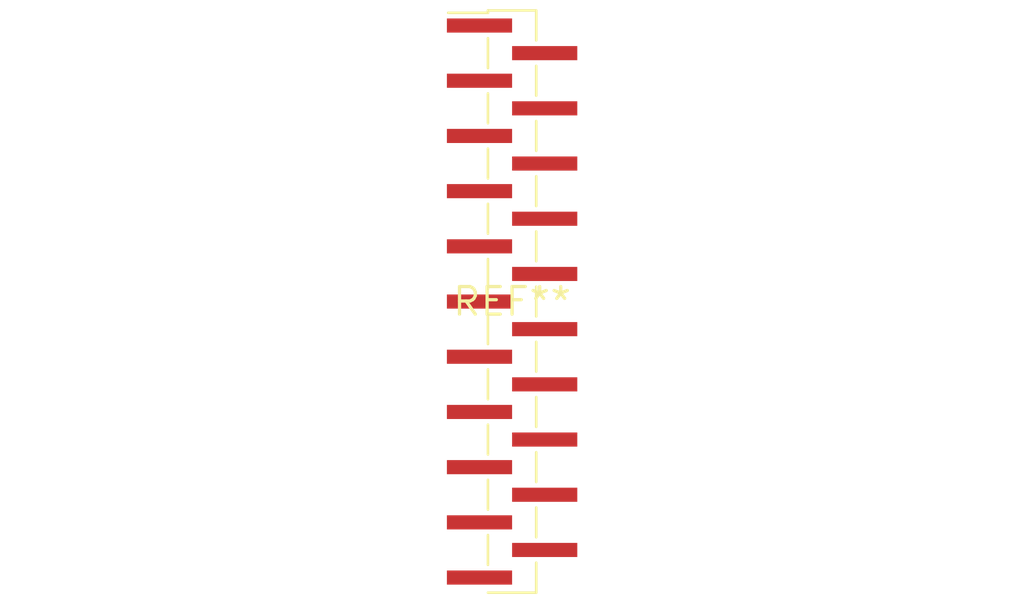
<source format=kicad_pcb>
(kicad_pcb (version 20240108) (generator pcbnew)
  (layers (0 "F.Cu" signal) (31 "B.Cu" signal) (34 "B.Paste" user) (35 "F.Paste" user) (36 "B.SilkS" user "B.Silkscreen") (37 "F.SilkS" user "F.Silkscreen") (38 "B.Mask" user) (39 "F.Mask" user) (44 "Edge.Cuts" user))
  (net 0 "")
  (footprint "PinHeader_1x21_P1.27mm_Vertical_SMD_Pin1Left" (layer "F.Cu") (at 0 0)
    (property "Reference" "REF**")
    (property "Value" "PinHeader_1x21_P1.27mm_Vertical_SMD_Pin1Left")
    (fp_line (start -1.11 -13.395) (end -1.11 -13.285) (layer "F.SilkS") (stroke (width 0.12)))
    (fp_line (start -1.11 -13.395) (end 1.11 -13.395) (layer "F.SilkS") (stroke (width 0.12)))
    (fp_line (start -1.11 -13.285) (end -2.94 -13.285) (layer "F.SilkS") (stroke (width 0.12)))
    (fp_line (start -1.11 -12.115) (end -1.11 -10.745) (layer "F.SilkS") (stroke (width 0.12)))
    (fp_line (start -1.11 -9.575) (end -1.11 -8.205) (layer "F.SilkS") (stroke (width 0.12)))
    (fp_line (start -1.11 -7.035) (end -1.11 -5.665) (layer "F.SilkS") (stroke (width 0.12)))
    (fp_line (start -1.11 -4.495) (end -1.11 -3.125) (layer "F.SilkS") (stroke (width 0.12)))
    (fp_line (start -1.11 -1.955) (end -1.11 -0.585) (layer "F.SilkS") (stroke (width 0.12)))
    (fp_line (start -1.11 0.585) (end -1.11 1.955) (layer "F.SilkS") (stroke (width 0.12)))
    (fp_line (start -1.11 3.125) (end -1.11 4.495) (layer "F.SilkS") (stroke (width 0.12)))
    (fp_line (start -1.11 5.665) (end -1.11 7.035) (layer "F.SilkS") (stroke (width 0.12)))
    (fp_line (start -1.11 8.205) (end -1.11 9.575) (layer "F.SilkS") (stroke (width 0.12)))
    (fp_line (start -1.11 10.745) (end -1.11 12.115) (layer "F.SilkS") (stroke (width 0.12)))
    (fp_line (start -1.11 13.395) (end 1.11 13.395) (layer "F.SilkS") (stroke (width 0.12)))
    (fp_line (start 1.11 -13.385) (end 1.11 -12.015) (layer "F.SilkS") (stroke (width 0.12)))
    (fp_line (start 1.11 -10.845) (end 1.11 -9.475) (layer "F.SilkS") (stroke (width 0.12)))
    (fp_line (start 1.11 -8.305) (end 1.11 -6.935) (layer "F.SilkS") (stroke (width 0.12)))
    (fp_line (start 1.11 -5.765) (end 1.11 -4.395) (layer "F.SilkS") (stroke (width 0.12)))
    (fp_line (start 1.11 -3.225) (end 1.11 -1.855) (layer "F.SilkS") (stroke (width 0.12)))
    (fp_line (start 1.11 -0.685) (end 1.11 0.685) (layer "F.SilkS") (stroke (width 0.12)))
    (fp_line (start 1.11 1.855) (end 1.11 3.225) (layer "F.SilkS") (stroke (width 0.12)))
    (fp_line (start 1.11 4.395) (end 1.11 5.765) (layer "F.SilkS") (stroke (width 0.12)))
    (fp_line (start 1.11 6.935) (end 1.11 8.305) (layer "F.SilkS") (stroke (width 0.12)))
    (fp_line (start 1.11 9.475) (end 1.11 10.845) (layer "F.SilkS") (stroke (width 0.12)))
    (fp_line (start 1.11 12.015) (end 1.11 13.385) (layer "F.SilkS") (stroke (width 0.12)))
    (fp_line (start 1.11 13.285) (end 1.11 13.395) (layer "F.SilkS") (stroke (width 0.12)))
    (pad "1" smd rect (at -1.5 -12.7) (size 3 0.65) (layers "F.Cu" "F.Paste" "F.Mask"))
    (pad "2" smd rect (at 1.5 -11.43) (size 3 0.65) (layers "F.Cu" "F.Paste" "F.Mask"))
    (pad "3" smd rect (at -1.5 -10.16) (size 3 0.65) (layers "F.Cu" "F.Paste" "F.Mask"))
    (pad "4" smd rect (at 1.5 -8.89) (size 3 0.65) (layers "F.Cu" "F.Paste" "F.Mask"))
    (pad "5" smd rect (at -1.5 -7.62) (size 3 0.65) (layers "F.Cu" "F.Paste" "F.Mask"))
    (pad "6" smd rect (at 1.5 -6.35) (size 3 0.65) (layers "F.Cu" "F.Paste" "F.Mask"))
    (pad "7" smd rect (at -1.5 -5.08) (size 3 0.65) (layers "F.Cu" "F.Paste" "F.Mask"))
    (pad "8" smd rect (at 1.5 -3.81) (size 3 0.65) (layers "F.Cu" "F.Paste" "F.Mask"))
    (pad "9" smd rect (at -1.5 -2.54) (size 3 0.65) (layers "F.Cu" "F.Paste" "F.Mask"))
    (pad "10" smd rect (at 1.5 -1.27) (size 3 0.65) (layers "F.Cu" "F.Paste" "F.Mask"))
    (pad "11" smd rect (at -1.5 0) (size 3 0.65) (layers "F.Cu" "F.Paste" "F.Mask"))
    (pad "12" smd rect (at 1.5 1.27) (size 3 0.65) (layers "F.Cu" "F.Paste" "F.Mask"))
    (pad "13" smd rect (at -1.5 2.54) (size 3 0.65) (layers "F.Cu" "F.Paste" "F.Mask"))
    (pad "14" smd rect (at 1.5 3.81) (size 3 0.65) (layers "F.Cu" "F.Paste" "F.Mask"))
    (pad "15" smd rect (at -1.5 5.08) (size 3 0.65) (layers "F.Cu" "F.Paste" "F.Mask"))
    (pad "16" smd rect (at 1.5 6.35) (size 3 0.65) (layers "F.Cu" "F.Paste" "F.Mask"))
    (pad "17" smd rect (at -1.5 7.62) (size 3 0.65) (layers "F.Cu" "F.Paste" "F.Mask"))
    (pad "18" smd rect (at 1.5 8.89) (size 3 0.65) (layers "F.Cu" "F.Paste" "F.Mask"))
    (pad "19" smd rect (at -1.5 10.16) (size 3 0.65) (layers "F.Cu" "F.Paste" "F.Mask"))
    (pad "20" smd rect (at 1.5 11.43) (size 3 0.65) (layers "F.Cu" "F.Paste" "F.Mask"))
    (pad "21" smd rect (at -1.5 12.7) (size 3 0.65) (layers "F.Cu" "F.Paste" "F.Mask"))
  )
)
</source>
